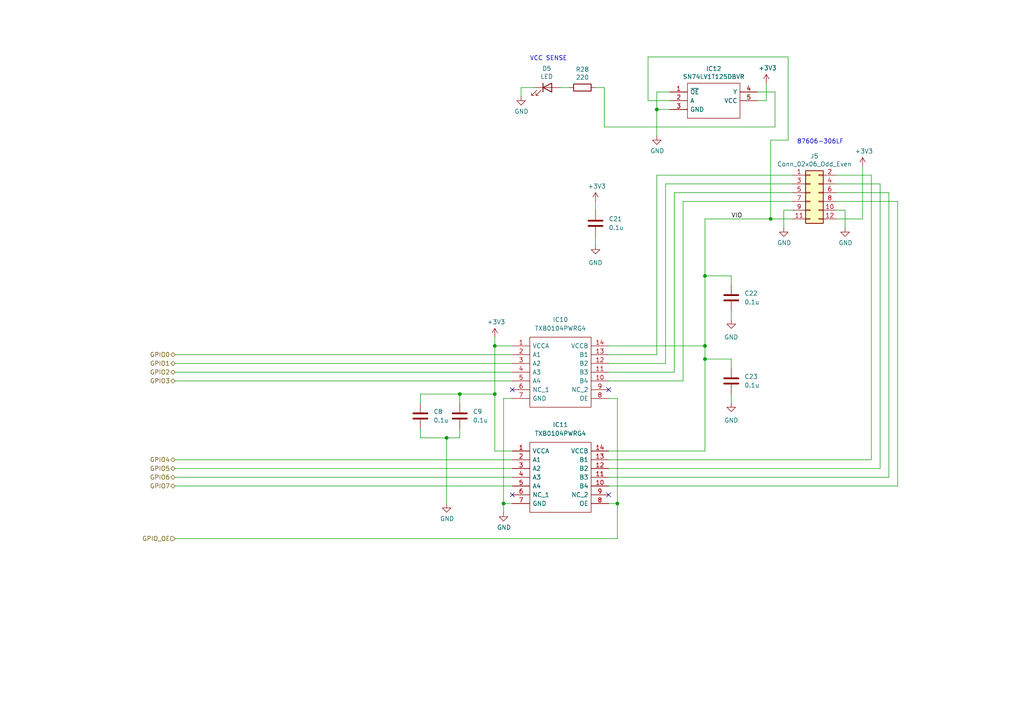
<source format=kicad_sch>
(kicad_sch (version 20211123) (generator eeschema)
  (paper "A4")
  (lib_symbols
    (symbol "Connector_Generic:Conn_02x06_Odd_Even" (pin_names (offset 1.016) hide)
      (property "Reference" "J" (at 1.27 7.62 0))
      (property "Value" "Conn_02x06_Odd_Even" (at 1.27 -10.16 0))
      (symbol "Conn_02x06_Odd_Even_1_1"
        (rectangle (start -1.27 -7.493) (end 0 -7.747) (stroke (width 0.1524)))
        (rectangle (start -1.27 -4.953) (end 0 -5.207) (stroke (width 0.1524)))
        (rectangle (start -1.27 -2.413) (end 0 -2.667) (stroke (width 0.1524)))
        (rectangle (start -1.27 0.127) (end 0 -0.127) (stroke (width 0.1524)))
        (rectangle (start -1.27 2.667) (end 0 2.413) (stroke (width 0.1524)))
        (rectangle (start -1.27 5.207) (end 0 4.953) (stroke (width 0.1524)))
        (rectangle (start -1.27 6.35) (end 3.81 -8.89) (stroke (width 0.254)) (fill (type background)))
        (rectangle (start 3.81 -7.493) (end 2.54 -7.747) (stroke (width 0.1524)))
        (rectangle (start 3.81 -4.953) (end 2.54 -5.207) (stroke (width 0.1524)))
        (rectangle (start 3.81 -2.413) (end 2.54 -2.667) (stroke (width 0.1524)))
        (rectangle (start 3.81 0.127) (end 2.54 -0.127) (stroke (width 0.1524)))
        (rectangle (start 3.81 2.667) (end 2.54 2.413) (stroke (width 0.1524)))
        (rectangle (start 3.81 5.207) (end 2.54 4.953) (stroke (width 0.1524)))
        (pin passive line (at -5.08 5.08 0) (length 3.81) (name "Pin_1") (number "1"))
        (pin passive line (at 7.62 -5.08 180) (length 3.81) (name "Pin_10") (number "10"))
        (pin passive line (at -5.08 -7.62 0) (length 3.81) (name "Pin_11") (number "11"))
        (pin passive line (at 7.62 -7.62 180) (length 3.81) (name "Pin_12") (number "12"))
        (pin passive line (at 7.62 5.08 180) (length 3.81) (name "Pin_2") (number "2"))
        (pin passive line (at -5.08 2.54 0) (length 3.81) (name "Pin_3") (number "3"))
        (pin passive line (at 7.62 2.54 180) (length 3.81) (name "Pin_4") (number "4"))
        (pin passive line (at -5.08 0 0) (length 3.81) (name "Pin_5") (number "5"))
        (pin passive line (at 7.62 0 180) (length 3.81) (name "Pin_6") (number "6"))
        (pin passive line (at -5.08 -2.54 0) (length 3.81) (name "Pin_7") (number "7"))
        (pin passive line (at 7.62 -2.54 180) (length 3.81) (name "Pin_8") (number "8"))
        (pin passive line (at -5.08 -5.08 0) (length 3.81) (name "Pin_9") (number "9"))
      )
    )
    (symbol "Device:C" (pin_numbers hide) (pin_names (offset 0.254))
      (property "Reference" "C" (at 0.635 2.54 0))
      (property "Value" "C" (at 0.635 -2.54 0))
      (symbol "C_0_1"
        (polyline (pts (xy -2.032 -0.762) (xy 2.032 -0.762)) (stroke (width 0.508)))
        (polyline (pts (xy -2.032 0.762) (xy 2.032 0.762)) (stroke (width 0.508)))
      )
      (symbol "C_1_1"
        (pin passive line (at 0 3.81 270) (length 2.794) (name "~") (number "1"))
        (pin passive line (at 0 -3.81 90) (length 2.794) (name "~") (number "2"))
      )
    )
    (symbol "Device:LED" (pin_numbers hide) (pin_names (offset 1.016) hide)
      (property "Reference" "D" (at 0 2.54 0))
      (property "Value" "LED" (at 0 -2.54 0))
      (symbol "LED_0_1"
        (polyline (pts (xy -1.27 -1.27) (xy -1.27 1.27)) (stroke (width 0.254)))
        (polyline (pts (xy -1.27 0) (xy 1.27 0)))
        (polyline (pts (xy 1.27 -1.27) (xy 1.27 1.27) (xy -1.27 0) (xy 1.27 -1.27)) (stroke (width 0.254)))
        (polyline (pts (xy -3.048 -0.762) (xy -4.572 -2.286) (xy -3.81 -2.286) (xy -4.572 -2.286) (xy -4.572 -1.524)))
        (polyline (pts (xy -1.778 -0.762) (xy -3.302 -2.286) (xy -2.54 -2.286) (xy -3.302 -2.286) (xy -3.302 -1.524)))
      )
      (symbol "LED_1_1"
        (pin passive line (at -3.81 0 0) (length 2.54) (name "K") (number "1"))
        (pin passive line (at 3.81 0 180) (length 2.54) (name "A") (number "2"))
      )
    )
    (symbol "Device:R" (pin_numbers hide) (pin_names (offset 0))
      (property "Reference" "R" (at 2.032 0 90))
      (property "Value" "R" (at 0 0 90))
      (symbol "R_0_1"
        (rectangle (start -1.016 -2.54) (end 1.016 2.54) (stroke (width 0.254)))
      )
      (symbol "R_1_1"
        (pin passive line (at 0 3.81 270) (length 1.27) (name "~") (number "1"))
        (pin passive line (at 0 -3.81 90) (length 1.27) (name "~") (number "2"))
      )
    )
    (symbol "LibraryLoader:SN74LV1T125DBVR" (pin_names (offset 0.762))
      (property "Reference" "IC" (at 21.59 7.62 0))
      (property "Value" "LibraryLoader_SN74LV1T125DBVR" (at 21.59 5.08 0))
      (symbol "SN74LV1T125DBVR_0_0"
        (pin passive line (at 0 0 0) (length 5.08) (name "~{OE}") (number "1"))
        (pin passive line (at 0 -2.54 0) (length 5.08) (name "A") (number "2"))
        (pin passive line (at 0 -5.08 0) (length 5.08) (name "GND") (number "3"))
        (pin passive line (at 25.4 0 180) (length 5.08) (name "Y") (number "4"))
        (pin passive line (at 25.4 -2.54 180) (length 5.08) (name "VCC") (number "5"))
      )
      (symbol "SN74LV1T125DBVR_0_1"
        (polyline (pts (xy 5.08 2.54) (xy 20.32 2.54) (xy 20.32 -7.62) (xy 5.08 -7.62) (xy 5.08 2.54)) (stroke (width 0.1524)))
      )
    )
    (symbol "LibraryLoader:TXB0104PWRG4" (pin_names (offset 0.762))
      (property "Reference" "IC" (at 24.13 7.62 0))
      (property "Value" "TXB0104PWRG4" (at 24.13 5.08 0))
      (symbol "TXB0104PWRG4_0_0"
        (pin passive line (at 0 0 0) (length 5.08) (name "VCCA") (number "1"))
        (pin passive line (at 27.94 -10.16 180) (length 5.08) (name "B4") (number "10"))
        (pin passive line (at 27.94 -7.62 180) (length 5.08) (name "B3") (number "11"))
        (pin passive line (at 27.94 -5.08 180) (length 5.08) (name "B2") (number "12"))
        (pin passive line (at 27.94 -2.54 180) (length 5.08) (name "B1") (number "13"))
        (pin passive line (at 27.94 0 180) (length 5.08) (name "VCCB") (number "14"))
        (pin passive line (at 0 -2.54 0) (length 5.08) (name "A1") (number "2"))
        (pin passive line (at 0 -5.08 0) (length 5.08) (name "A2") (number "3"))
        (pin passive line (at 0 -7.62 0) (length 5.08) (name "A3") (number "4"))
        (pin passive line (at 0 -10.16 0) (length 5.08) (name "A4") (number "5"))
        (pin passive line (at 0 -12.7 0) (length 5.08) (name "NC_1") (number "6"))
        (pin passive line (at 0 -15.24 0) (length 5.08) (name "GND") (number "7"))
        (pin passive line (at 27.94 -15.24 180) (length 5.08) (name "OE") (number "8"))
        (pin passive line (at 27.94 -12.7 180) (length 5.08) (name "NC_2") (number "9"))
      )
      (symbol "TXB0104PWRG4_0_1"
        (polyline (pts (xy 5.08 2.54) (xy 22.86 2.54) (xy 22.86 -17.78) (xy 5.08 -17.78) (xy 5.08 2.54)) (stroke (width 0.1524)))
      )
    )
    (symbol "power:+3.3V" (power) (pin_names (offset 0))
      (property "Value" "+3.3V" (at 0 3.556 0))
      (symbol "+3.3V_0_1"
        (polyline (pts (xy -0.762 1.27) (xy 0 2.54)))
        (polyline (pts (xy 0 0) (xy 0 2.54)))
        (polyline (pts (xy 0 2.54) (xy 0.762 1.27)))
      )
      (symbol "+3.3V_1_1"
        (pin power_in line (at 0 0 90) (length 0) hide (name "+3V3") (number "1"))
      )
    )
    (symbol "power:GND" (power) (pin_names (offset 0))
      (property "Value" "GND" (at 0 -3.81 0))
      (symbol "GND_0_1"
        (polyline (pts (xy 0 0) (xy 0 -1.27) (xy 1.27 -1.27) (xy 0 -2.54) (xy -1.27 -1.27) (xy 0 -1.27)))
      )
      (symbol "GND_1_1"
        (pin power_in line (at 0 0 270) (length 0) hide (name "GND") (number "1"))
      )
    )
  )
  (junction (at 133.35 114.3))
  (junction (at 204.47 80.01))
  (junction (at 146.05 146.05))
  (junction (at 129.54 127))
  (junction (at 190.5 31.75))
  (junction (at 179.07 146.05))
  (junction (at 204.47 100.33))
  (junction (at 143.51 100.33))
  (junction (at 204.47 104.14))
  (junction (at 143.51 114.3))
  (junction (at 223.52 63.5))
  (no_connect (at 148.59 143.51))
  (no_connect (at 148.59 113.03))
  (no_connect (at 176.53 113.03))
  (no_connect (at 176.53 143.51))
  (wire (pts (xy 176.53 107.95) (xy 195.58 107.95)))
  (wire (pts (xy 198.12 58.42) (xy 198.12 110.49)))
  (wire (pts (xy 257.81 55.88) (xy 242.57 55.88)))
  (wire (pts (xy 187.96 29.21) (xy 187.96 16.51)))
  (wire (pts (xy 146.05 115.57) (xy 148.59 115.57)))
  (wire (pts (xy 219.71 26.67) (xy 224.79 26.67)))
  (wire (pts (xy 121.92 114.3) (xy 133.35 114.3)))
  (wire (pts (xy 50.8 107.95) (xy 148.59 107.95)))
  (wire (pts (xy 212.09 80.01) (xy 204.47 80.01)))
  (wire (pts (xy 176.53 135.89) (xy 255.27 135.89)))
  (wire (pts (xy 133.35 127) (xy 133.35 124.46)))
  (wire (pts (xy 223.52 63.5) (xy 223.52 40.64)))
  (wire (pts (xy 133.35 114.3) (xy 143.51 114.3)))
  (wire (pts (xy 146.05 148.59) (xy 146.05 146.05)))
  (wire (pts (xy 195.58 107.95) (xy 195.58 55.88)))
  (wire (pts (xy 154.94 25.4) (xy 151.13 25.4)))
  (wire (pts (xy 179.07 156.21) (xy 179.07 146.05)))
  (wire (pts (xy 143.51 114.3) (xy 143.51 130.81)))
  (wire (pts (xy 195.58 55.88) (xy 229.87 55.88)))
  (wire (pts (xy 143.51 100.33) (xy 148.59 100.33)))
  (wire (pts (xy 129.54 127) (xy 133.35 127)))
  (wire (pts (xy 121.92 116.84) (xy 121.92 114.3)))
  (wire (pts (xy 143.51 130.81) (xy 148.59 130.81)))
  (wire (pts (xy 50.8 135.89) (xy 148.59 135.89)))
  (wire (pts (xy 242.57 60.96) (xy 245.11 60.96)))
  (wire (pts (xy 179.07 115.57) (xy 176.53 115.57)))
  (wire (pts (xy 224.79 26.67) (xy 224.79 36.83)))
  (wire (pts (xy 229.87 58.42) (xy 198.12 58.42)))
  (wire (pts (xy 212.09 114.3) (xy 212.09 116.84)))
  (wire (pts (xy 50.8 133.35) (xy 148.59 133.35)))
  (wire (pts (xy 194.31 31.75) (xy 190.5 31.75)))
  (wire (pts (xy 204.47 130.81) (xy 204.47 104.14)))
  (wire (pts (xy 172.72 58.42) (xy 172.72 60.96)))
  (wire (pts (xy 257.81 138.43) (xy 257.81 55.88)))
  (wire (pts (xy 176.53 140.97) (xy 260.35 140.97)))
  (wire (pts (xy 190.5 31.75) (xy 190.5 39.37)))
  (wire (pts (xy 212.09 106.68) (xy 212.09 104.14)))
  (wire (pts (xy 212.09 104.14) (xy 204.47 104.14)))
  (wire (pts (xy 151.13 25.4) (xy 151.13 27.94)))
  (wire (pts (xy 193.04 53.34) (xy 229.87 53.34)))
  (wire (pts (xy 219.71 29.21) (xy 222.25 29.21)))
  (wire (pts (xy 50.8 105.41) (xy 148.59 105.41)))
  (wire (pts (xy 190.5 102.87) (xy 190.5 50.8)))
  (wire (pts (xy 260.35 58.42) (xy 260.35 140.97)))
  (wire (pts (xy 187.96 16.51) (xy 228.6 16.51)))
  (wire (pts (xy 50.8 102.87) (xy 148.59 102.87)))
  (wire (pts (xy 146.05 146.05) (xy 146.05 115.57)))
  (wire (pts (xy 162.56 25.4) (xy 165.1 25.4)))
  (wire (pts (xy 172.72 25.4) (xy 175.26 25.4)))
  (wire (pts (xy 50.8 140.97) (xy 148.59 140.97)))
  (wire (pts (xy 229.87 63.5) (xy 223.52 63.5)))
  (wire (pts (xy 252.73 133.35) (xy 252.73 50.8)))
  (wire (pts (xy 143.51 97.79) (xy 143.51 100.33)))
  (wire (pts (xy 255.27 53.34) (xy 255.27 135.89)))
  (wire (pts (xy 242.57 53.34) (xy 255.27 53.34)))
  (wire (pts (xy 223.52 63.5) (xy 204.47 63.5)))
  (wire (pts (xy 176.53 138.43) (xy 257.81 138.43)))
  (wire (pts (xy 175.26 36.83) (xy 224.79 36.83)))
  (wire (pts (xy 190.5 50.8) (xy 229.87 50.8)))
  (wire (pts (xy 204.47 63.5) (xy 204.47 80.01)))
  (wire (pts (xy 190.5 26.67) (xy 190.5 31.75)))
  (wire (pts (xy 245.11 60.96) (xy 245.11 66.04)))
  (wire (pts (xy 176.53 110.49) (xy 198.12 110.49)))
  (wire (pts (xy 50.8 110.49) (xy 148.59 110.49)))
  (wire (pts (xy 175.26 25.4) (xy 175.26 36.83)))
  (wire (pts (xy 50.8 156.21) (xy 179.07 156.21)))
  (wire (pts (xy 204.47 104.14) (xy 204.47 100.33)))
  (wire (pts (xy 204.47 80.01) (xy 204.47 100.33)))
  (wire (pts (xy 193.04 105.41) (xy 193.04 53.34)))
  (wire (pts (xy 212.09 82.55) (xy 212.09 80.01)))
  (wire (pts (xy 176.53 133.35) (xy 252.73 133.35)))
  (wire (pts (xy 227.33 60.96) (xy 227.33 66.04)))
  (wire (pts (xy 212.09 90.17) (xy 212.09 92.71)))
  (wire (pts (xy 176.53 105.41) (xy 193.04 105.41)))
  (wire (pts (xy 121.92 124.46) (xy 121.92 127)))
  (wire (pts (xy 229.87 60.96) (xy 227.33 60.96)))
  (wire (pts (xy 252.73 50.8) (xy 242.57 50.8)))
  (wire (pts (xy 176.53 146.05) (xy 179.07 146.05)))
  (wire (pts (xy 176.53 130.81) (xy 204.47 130.81)))
  (wire (pts (xy 223.52 40.64) (xy 228.6 40.64)))
  (wire (pts (xy 194.31 26.67) (xy 190.5 26.67)))
  (wire (pts (xy 228.6 16.51) (xy 228.6 40.64)))
  (wire (pts (xy 179.07 146.05) (xy 179.07 115.57)))
  (wire (pts (xy 133.35 114.3) (xy 133.35 116.84)))
  (wire (pts (xy 143.51 100.33) (xy 143.51 114.3)))
  (wire (pts (xy 204.47 100.33) (xy 176.53 100.33)))
  (wire (pts (xy 146.05 146.05) (xy 148.59 146.05)))
  (wire (pts (xy 50.8 138.43) (xy 148.59 138.43)))
  (wire (pts (xy 176.53 102.87) (xy 190.5 102.87)))
  (wire (pts (xy 172.72 68.58) (xy 172.72 71.12)))
  (wire (pts (xy 187.96 29.21) (xy 194.31 29.21)))
  (wire (pts (xy 129.54 127) (xy 129.54 146.05)))
  (wire (pts (xy 242.57 58.42) (xy 260.35 58.42)))
  (wire (pts (xy 222.25 29.21) (xy 222.25 24.13)))
  (wire (pts (xy 250.19 63.5) (xy 250.19 48.26)))
  (wire (pts (xy 242.57 63.5) (xy 250.19 63.5)))
  (wire (pts (xy 121.92 127) (xy 129.54 127)))
  (text "VCC SENSE" (at 153.67 17.78 0) (effects (font (size 1.27 1.27)) (justify left bottom)))
  (text "87606-306LF" (at 231.14 41.91 0) (effects (font (size 1.27 1.27)) (justify left bottom)))
  (label "VIO" (at 212.09 63.5 0))
  (hierarchical_label "GPIO1" (shape bidirectional) (at 50.8 105.41 180))
  (hierarchical_label "GPIO7" (shape bidirectional) (at 50.8 140.97 180))
  (hierarchical_label "GPIO3" (shape bidirectional) (at 50.8 110.49 180))
  (hierarchical_label "GPIO_OE" (shape input) (at 50.8 156.21 180))
  (hierarchical_label "GPIO2" (shape bidirectional) (at 50.8 107.95 180))
  (hierarchical_label "GPIO4" (shape bidirectional) (at 50.8 133.35 180))
  (hierarchical_label "GPIO0" (shape bidirectional) (at 50.8 102.87 180))
  (hierarchical_label "GPIO6" (shape bidirectional) (at 50.8 138.43 180))
  (hierarchical_label "GPIO5" (shape bidirectional) (at 50.8 135.89 180))
  (symbol (lib_id "power:+3.3V") (at 143.51 97.79 0) (unit 1)
    (property "Reference" "#PWR030" (effects hide))
    (property "Value" "+3.3V" (at 143.891 93.3958 0))
  )
  (symbol (lib_id "power:+3.3V") (at 250.19 48.26 0) (unit 1)
    (property "Reference" "#PWR041" (effects hide))
    (property "Value" "+3.3V" (at 250.571 43.8658 0))
  )
  (symbol (lib_id "power:GND") (at 245.11 66.04 0) (unit 1)
    (property "Reference" "#PWR040" (effects hide))
    (property "Value" "GND" (at 245.237 70.4342 0))
  )
  (symbol (lib_id "power:GND") (at 227.33 66.04 0) (unit 1)
    (property "Reference" "#PWR039" (effects hide))
    (property "Value" "GND" (at 227.457 70.4342 0))
  )
  (symbol (lib_id "LibraryLoader:SN74LV1T125DBVR") (at 194.31 26.67 0) (unit 1)
    (property "Reference" "IC12" (at 207.01 19.939 0))
    (property "Value" "SN74LV1T125DBVR" (at 207.01 22.2504 0))
    (property "Footprint" "LibraryLoader:SOT95P280X145-5N" (effects hide))
    (property "Datasheet" "http://www.ti.com/general/docs/lit/getliterature.tsp?genericPartNumber=SN74LV1T125&&fileType=pdf" (effects hide))
    (property "Description" "Single Power Supply, Single BUFFER GATE w/ 3-State Output (active low enable)" (effects hide))
    (property "Height" "1.45" (effects hide))
    (property "Mouser Part Number" "595-SN74LV1T125DBVR" (effects hide))
    (property "Mouser Price/Stock" "https://www.mouser.co.uk/ProductDetail/Texas-Instruments/SN74LV1T125DBVR?qs=8sOby8ZxZLHg5BJUGPaBYA%3D%3D" (effects hide))
    (property "Manufacturer_Name" "Texas Instruments" (effects hide))
    (property "Manufacturer_Part_Number" "SN74LV1T125DBVR" (effects hide))
  )
  (symbol (lib_id "power:+3.3V") (at 222.25 24.13 0) (unit 1)
    (property "Reference" "#PWR038" (effects hide))
    (property "Value" "+3.3V" (at 222.631 19.7358 0))
  )
  (symbol (lib_id "Device:R") (at 168.91 25.4 270) (unit 1)
    (property "Reference" "R28" (at 168.91 20.1422 90))
    (property "Value" "220" (at 168.91 22.4536 90))
    (property "Footprint" "Resistor_SMD:R_0805_2012Metric_Pad1.20x1.40mm_HandSolder" (effects hide))
  )
  (symbol (lib_id "Device:LED") (at 158.75 25.4 0) (unit 1)
    (property "Reference" "D5" (at 158.5722 19.8882 0))
    (property "Value" "LED" (at 158.5722 22.1996 0))
    (property "Footprint" "LED_SMD:LED_0805_2012Metric_Pad1.15x1.40mm_HandSolder" (effects hide))
  )
  (symbol (lib_id "power:GND") (at 151.13 27.94 0) (unit 1)
    (property "Reference" "#PWR032" (effects hide))
    (property "Value" "GND" (at 151.257 32.3342 0))
  )
  (symbol (lib_id "power:GND") (at 190.5 39.37 0) (unit 1)
    (property "Reference" "#PWR035" (effects hide))
    (property "Value" "GND" (at 190.627 43.7642 0))
  )
  (symbol (lib_id "Connector_Generic:Conn_02x06_Odd_Even") (at 234.95 55.88 0) (unit 1)
    (property "Reference" "J5" (at 236.22 45.2882 0))
    (property "Value" "Conn_02x06_Odd_Even" (at 236.22 47.5996 0))
    (property "Footprint" "Connector_PinHeader_2.54mm:PinHeader_2x06_P2.54mm_Vertical" (effects hide))
  )
  (symbol (lib_id "Device:C") (at 172.72 64.77 0) (unit 1)
    (property "Reference" "C21" (at 176.53 63.4999 0) (effects (justify left)))
    (property "Value" "0.1u" (at 176.53 66.0399 0) (effects (justify left)))
    (property "Footprint" "Capacitor_SMD:C_0805_2012Metric_Pad1.18x1.45mm_HandSolder" (effects hide))
  )
  (symbol (lib_id "Device:C") (at 212.09 86.36 0) (unit 1)
    (property "Reference" "C22" (at 215.9 85.0899 0) (effects (justify left)))
    (property "Value" "0.1u" (at 215.9 87.6299 0) (effects (justify left)))
    (property "Footprint" "Capacitor_SMD:C_0805_2012Metric_Pad1.18x1.45mm_HandSolder" (effects hide))
  )
  (symbol (lib_id "power:GND") (at 172.72 71.12 0) (unit 1)
    (property "Reference" "#PWR034" (effects hide))
    (property "Value" "GND" (at 172.72 76.2 0))
  )
  (symbol (lib_id "power:GND") (at 146.05 148.59 0) (unit 1)
    (property "Reference" "#PWR031" (effects hide))
    (property "Value" "GND" (at 146.177 152.9842 0))
  )
  (symbol (lib_id "power:GND") (at 212.09 92.71 0) (unit 1)
    (property "Reference" "#PWR036" (effects hide))
    (property "Value" "GND" (at 212.09 97.79 0))
  )
  (symbol (lib_id "Device:C") (at 133.35 120.65 0) (unit 1)
    (property "Reference" "C9" (at 137.16 119.3799 0) (effects (justify left)))
    (property "Value" "0.1u" (at 137.16 121.9199 0) (effects (justify left)))
    (property "Footprint" "Capacitor_SMD:C_0805_2012Metric_Pad1.18x1.45mm_HandSolder" (effects hide))
  )
  (symbol (lib_id "LibraryLoader:TXB0104PWRG4") (at 148.59 130.81 0) (unit 1)
    (property "Reference" "IC11" (at 162.56 123.19 0))
    (property "Value" "TXB0104PWRG4" (at 162.56 125.73 0))
    (property "Footprint" "LibraryLoader:SOP65P640X120-14N" (effects hide))
    (property "Datasheet" "https://datasheet.datasheetarchive.com/originals/distributors/SFDatasheet-6/sf-000131436.pdf" (effects hide))
    (property "Description" "Texas Instruments TXB0104PWRG4, Voltage Level Translator, 3-State, 1.2  3.6 V, 1.65  5.5 V, 14-Pin TSSOP" (effects hide))
    (property "Height" "1.2" (effects hide))
    (property "Mouser Part Number" "595-TXB0104PWRG4" (effects hide))
    (property "Mouser Price/Stock" "https://www.mouser.co.uk/ProductDetail/Texas-Instruments/TXB0104PWRG4?qs=oFXvjAmG9EjoQ0gyZ%252BZWbg%3D%3D" (effects hide))
    (property "Manufacturer_Name" "Texas Instruments" (effects hide))
    (property "Manufacturer_Part_Number" "TXB0104PWRG4" (effects hide))
  )
  (symbol (lib_id "Device:C") (at 121.92 120.65 0) (unit 1)
    (property "Reference" "C8" (at 125.73 119.3799 0) (effects (justify left)))
    (property "Value" "0.1u" (at 125.73 121.9199 0) (effects (justify left)))
    (property "Footprint" "Capacitor_SMD:C_0805_2012Metric_Pad1.18x1.45mm_HandSolder" (effects hide))
  )
  (symbol (lib_id "Device:C") (at 212.09 110.49 0) (unit 1)
    (property "Reference" "C23" (at 215.9 109.2199 0) (effects (justify left)))
    (property "Value" "0.1u" (at 215.9 111.7599 0) (effects (justify left)))
    (property "Footprint" "Capacitor_SMD:C_0805_2012Metric_Pad1.18x1.45mm_HandSolder" (effects hide))
  )
  (symbol (lib_id "power:GND") (at 212.09 116.84 0) (unit 1)
    (property "Reference" "#PWR037" (effects hide))
    (property "Value" "GND" (at 212.09 121.92 0))
  )
  (symbol (lib_id "power:GND") (at 129.54 146.05 0) (unit 1)
    (property "Reference" "#PWR0102" (effects hide))
    (property "Value" "GND" (at 129.667 150.4442 0))
  )
  (symbol (lib_id "LibraryLoader:TXB0104PWRG4") (at 148.59 100.33 0) (unit 1)
    (property "Reference" "IC10" (at 162.56 92.71 0))
    (property "Value" "TXB0104PWRG4" (at 162.56 95.25 0))
    (property "Footprint" "LibraryLoader:SOP65P640X120-14N" (effects hide))
    (property "Datasheet" "https://datasheet.datasheetarchive.com/originals/distributors/SFDatasheet-6/sf-000131436.pdf" (effects hide))
    (property "Description" "Texas Instruments TXB0104PWRG4, Voltage Level Translator, 3-State, 1.2  3.6 V, 1.65  5.5 V, 14-Pin TSSOP" (effects hide))
    (property "Height" "1.2" (effects hide))
    (property "Mouser Part Number" "595-TXB0104PWRG4" (effects hide))
    (property "Mouser Price/Stock" "https://www.mouser.co.uk/ProductDetail/Texas-Instruments/TXB0104PWRG4?qs=oFXvjAmG9EjoQ0gyZ%252BZWbg%3D%3D" (effects hide))
    (property "Manufacturer_Name" "Texas Instruments" (effects hide))
    (property "Manufacturer_Part_Number" "TXB0104PWRG4" (effects hide))
  )
  (symbol (lib_id "power:+3.3V") (at 172.72 58.42 0) (unit 1)
    (property "Reference" "#PWR033" (effects hide))
    (property "Value" "+3.3V" (at 173.101 54.0258 0))
  )
)
</source>
